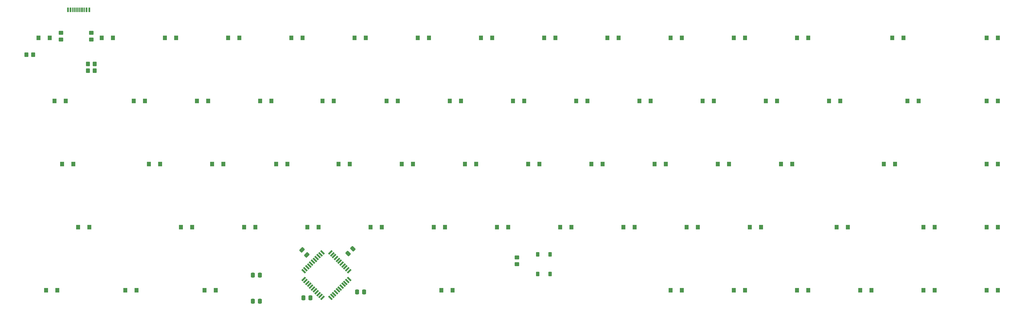
<source format=gbr>
%TF.GenerationSoftware,KiCad,Pcbnew,(6.0.2)*%
%TF.CreationDate,2022-06-02T21:34:10-05:00*%
%TF.ProjectId,65Percent,36355065-7263-4656-9e74-2e6b69636164,rev?*%
%TF.SameCoordinates,Original*%
%TF.FileFunction,Paste,Bot*%
%TF.FilePolarity,Positive*%
%FSLAX46Y46*%
G04 Gerber Fmt 4.6, Leading zero omitted, Abs format (unit mm)*
G04 Created by KiCad (PCBNEW (6.0.2)) date 2022-06-02 21:34:10*
%MOMM*%
%LPD*%
G01*
G04 APERTURE LIST*
G04 Aperture macros list*
%AMRoundRect*
0 Rectangle with rounded corners*
0 $1 Rounding radius*
0 $2 $3 $4 $5 $6 $7 $8 $9 X,Y pos of 4 corners*
0 Add a 4 corners polygon primitive as box body*
4,1,4,$2,$3,$4,$5,$6,$7,$8,$9,$2,$3,0*
0 Add four circle primitives for the rounded corners*
1,1,$1+$1,$2,$3*
1,1,$1+$1,$4,$5*
1,1,$1+$1,$6,$7*
1,1,$1+$1,$8,$9*
0 Add four rect primitives between the rounded corners*
20,1,$1+$1,$2,$3,$4,$5,0*
20,1,$1+$1,$4,$5,$6,$7,0*
20,1,$1+$1,$6,$7,$8,$9,0*
20,1,$1+$1,$8,$9,$2,$3,0*%
%AMRotRect*
0 Rectangle, with rotation*
0 The origin of the aperture is its center*
0 $1 length*
0 $2 width*
0 $3 Rotation angle, in degrees counterclockwise*
0 Add horizontal line*
21,1,$1,$2,0,0,$3*%
G04 Aperture macros list end*
%ADD10R,1.200000X1.400000*%
%ADD11RoundRect,0.250000X0.350000X0.450000X-0.350000X0.450000X-0.350000X-0.450000X0.350000X-0.450000X0*%
%ADD12RoundRect,0.250000X-0.350000X-0.450000X0.350000X-0.450000X0.350000X0.450000X-0.350000X0.450000X0*%
%ADD13RoundRect,0.250000X-0.337500X-0.475000X0.337500X-0.475000X0.337500X0.475000X-0.337500X0.475000X0*%
%ADD14RoundRect,0.250000X0.097227X-0.574524X0.574524X-0.097227X-0.097227X0.574524X-0.574524X0.097227X0*%
%ADD15RoundRect,0.250000X-0.450000X0.350000X-0.450000X-0.350000X0.450000X-0.350000X0.450000X0.350000X0*%
%ADD16RoundRect,0.250000X0.337500X0.475000X-0.337500X0.475000X-0.337500X-0.475000X0.337500X-0.475000X0*%
%ADD17RoundRect,0.250000X0.450000X-0.350000X0.450000X0.350000X-0.450000X0.350000X-0.450000X-0.350000X0*%
%ADD18R,0.600000X1.450000*%
%ADD19R,0.300000X1.450000*%
%ADD20RotRect,1.500000X0.550000X45.000000*%
%ADD21RotRect,1.500000X0.550000X315.000000*%
%ADD22RoundRect,0.275000X0.275000X-0.425000X0.275000X0.425000X-0.275000X0.425000X-0.275000X-0.425000X0*%
%ADD23RoundRect,0.250000X0.574524X0.097227X0.097227X0.574524X-0.574524X-0.097227X-0.097227X-0.574524X0*%
G04 APERTURE END LIST*
D10*
%TO.C,D53*%
X297356000Y-194310000D03*
X293956000Y-194310000D03*
%TD*%
%TO.C,D42*%
X254430000Y-156210000D03*
X251030000Y-156210000D03*
%TD*%
%TO.C,D67*%
X373556000Y-137160000D03*
X370156000Y-137160000D03*
%TD*%
%TO.C,D10*%
X125906000Y-118110000D03*
X122506000Y-118110000D03*
%TD*%
D11*
%TO.C,R4*%
X101330000Y-128016000D03*
X99330000Y-128016000D03*
%TD*%
D10*
%TO.C,D3*%
X87806000Y-118110000D03*
X84406000Y-118110000D03*
%TD*%
%TO.C,D25*%
X178230000Y-156210000D03*
X174830000Y-156210000D03*
%TD*%
%TO.C,D55*%
X307008000Y-137160000D03*
X303608000Y-137160000D03*
%TD*%
%TO.C,D58*%
X326058000Y-137160000D03*
X322658000Y-137160000D03*
%TD*%
%TO.C,D7*%
X90092000Y-194310000D03*
X86692000Y-194310000D03*
%TD*%
D12*
%TO.C,R2*%
X80788000Y-123190000D03*
X82788000Y-123190000D03*
%TD*%
D13*
%TO.C,C1*%
X149076500Y-189738000D03*
X151151500Y-189738000D03*
%TD*%
D10*
%TO.C,D48*%
X278306000Y-194310000D03*
X274906000Y-194310000D03*
%TD*%
D14*
%TO.C,C3*%
X177726777Y-183207223D03*
X179194023Y-181739977D03*
%TD*%
D10*
%TO.C,D19*%
X164006000Y-118110000D03*
X160606000Y-118110000D03*
%TD*%
%TO.C,D8*%
X106856000Y-118110000D03*
X103456000Y-118110000D03*
%TD*%
%TO.C,D70*%
X373556000Y-194310000D03*
X370156000Y-194310000D03*
%TD*%
%TO.C,D4*%
X92632000Y-137160000D03*
X89232000Y-137160000D03*
%TD*%
%TO.C,D56*%
X311580000Y-156210000D03*
X308180000Y-156210000D03*
%TD*%
%TO.C,D59*%
X342568000Y-156210000D03*
X339168000Y-156210000D03*
%TD*%
D15*
%TO.C,R5*%
X91186000Y-116602000D03*
X91186000Y-118602000D03*
%TD*%
D10*
%TO.C,D41*%
X249858000Y-137160000D03*
X246458000Y-137160000D03*
%TD*%
D13*
%TO.C,C2*%
X149076500Y-197612000D03*
X151151500Y-197612000D03*
%TD*%
D10*
%TO.C,D37*%
X230808000Y-137160000D03*
X227408000Y-137160000D03*
%TD*%
%TO.C,D27*%
X202106000Y-118110000D03*
X198706000Y-118110000D03*
%TD*%
%TO.C,D33*%
X211758000Y-137160000D03*
X208358000Y-137160000D03*
%TD*%
%TO.C,D65*%
X354506000Y-194310000D03*
X351106000Y-194310000D03*
%TD*%
D16*
%TO.C,C6*%
X166391500Y-196596000D03*
X164316500Y-196596000D03*
%TD*%
D10*
%TO.C,D34*%
X216330000Y-156210000D03*
X212930000Y-156210000D03*
%TD*%
%TO.C,D24*%
X173404000Y-137160000D03*
X170004000Y-137160000D03*
%TD*%
%TO.C,D64*%
X354506000Y-175260000D03*
X351106000Y-175260000D03*
%TD*%
%TO.C,D18*%
X137844000Y-194310000D03*
X134444000Y-194310000D03*
%TD*%
%TO.C,D61*%
X335456000Y-194310000D03*
X332056000Y-194310000D03*
%TD*%
%TO.C,D63*%
X349680000Y-137160000D03*
X346280000Y-137160000D03*
%TD*%
%TO.C,D68*%
X373556000Y-156210000D03*
X370156000Y-156210000D03*
%TD*%
%TO.C,D38*%
X235380000Y-156210000D03*
X231980000Y-156210000D03*
%TD*%
%TO.C,D44*%
X278306000Y-118110000D03*
X274906000Y-118110000D03*
%TD*%
%TO.C,D12*%
X121080000Y-156210000D03*
X117680000Y-156210000D03*
%TD*%
%TO.C,D54*%
X316406000Y-118110000D03*
X313006000Y-118110000D03*
%TD*%
%TO.C,D6*%
X99744000Y-175260000D03*
X96344000Y-175260000D03*
%TD*%
D17*
%TO.C,R6*%
X100330000Y-118602000D03*
X100330000Y-116602000D03*
%TD*%
D10*
%TO.C,D29*%
X197280000Y-156210000D03*
X193880000Y-156210000D03*
%TD*%
%TO.C,D36*%
X240206000Y-118110000D03*
X236806000Y-118110000D03*
%TD*%
%TO.C,D39*%
X245032000Y-175260000D03*
X241632000Y-175260000D03*
%TD*%
%TO.C,D14*%
X144956000Y-118110000D03*
X141556000Y-118110000D03*
%TD*%
%TO.C,D50*%
X287958000Y-137160000D03*
X284558000Y-137160000D03*
%TD*%
%TO.C,D5*%
X94918000Y-156210000D03*
X91518000Y-156210000D03*
%TD*%
%TO.C,D40*%
X259256000Y-118110000D03*
X255856000Y-118110000D03*
%TD*%
%TO.C,D9*%
X113968000Y-194310000D03*
X110568000Y-194310000D03*
%TD*%
D18*
%TO.C,J2*%
X93320000Y-109657000D03*
X94120000Y-109657000D03*
D19*
X95270000Y-109657000D03*
X96270000Y-109657000D03*
X96770000Y-109657000D03*
X97770000Y-109657000D03*
D18*
X98920000Y-109657000D03*
X99720000Y-109657000D03*
X99720000Y-109657000D03*
X98920000Y-109657000D03*
D19*
X98270000Y-109657000D03*
X97270000Y-109657000D03*
X95770000Y-109657000D03*
X94770000Y-109657000D03*
D18*
X94120000Y-109657000D03*
X93320000Y-109657000D03*
%TD*%
D10*
%TO.C,D35*%
X225982000Y-175260000D03*
X222582000Y-175260000D03*
%TD*%
%TO.C,D57*%
X316406000Y-194310000D03*
X313006000Y-194310000D03*
%TD*%
%TO.C,D16*%
X140130000Y-156210000D03*
X136730000Y-156210000D03*
%TD*%
D20*
%TO.C,U1*%
X169993918Y-196596936D03*
X169428233Y-196031250D03*
X168862548Y-195465565D03*
X168296862Y-194899880D03*
X167731177Y-194334194D03*
X167165491Y-193768509D03*
X166599806Y-193202823D03*
X166034120Y-192637138D03*
X165468435Y-192071452D03*
X164902750Y-191505767D03*
X164337064Y-190940082D03*
D21*
X164337064Y-188535918D03*
X164902750Y-187970233D03*
X165468435Y-187404548D03*
X166034120Y-186838862D03*
X166599806Y-186273177D03*
X167165491Y-185707491D03*
X167731177Y-185141806D03*
X168296862Y-184576120D03*
X168862548Y-184010435D03*
X169428233Y-183444750D03*
X169993918Y-182879064D03*
D20*
X172398082Y-182879064D03*
X172963767Y-183444750D03*
X173529452Y-184010435D03*
X174095138Y-184576120D03*
X174660823Y-185141806D03*
X175226509Y-185707491D03*
X175792194Y-186273177D03*
X176357880Y-186838862D03*
X176923565Y-187404548D03*
X177489250Y-187970233D03*
X178054936Y-188535918D03*
D21*
X178054936Y-190940082D03*
X177489250Y-191505767D03*
X176923565Y-192071452D03*
X176357880Y-192637138D03*
X175792194Y-193202823D03*
X175226509Y-193768509D03*
X174660823Y-194334194D03*
X174095138Y-194899880D03*
X173529452Y-195465565D03*
X172963767Y-196031250D03*
X172398082Y-196596936D03*
%TD*%
D10*
%TO.C,D21*%
X159434000Y-156210000D03*
X156034000Y-156210000D03*
%TD*%
%TO.C,D51*%
X292530000Y-156210000D03*
X289130000Y-156210000D03*
%TD*%
D15*
%TO.C,R1*%
X228600000Y-184420000D03*
X228600000Y-186420000D03*
%TD*%
D10*
%TO.C,D49*%
X297356000Y-118110000D03*
X293956000Y-118110000D03*
%TD*%
%TO.C,D69*%
X373556000Y-175260000D03*
X370156000Y-175260000D03*
%TD*%
%TO.C,D13*%
X130732000Y-175260000D03*
X127332000Y-175260000D03*
%TD*%
D22*
%TO.C,SW1*%
X238578000Y-183436000D03*
X238578000Y-189436000D03*
X234878000Y-189436000D03*
X234878000Y-183436000D03*
%TD*%
D10*
%TO.C,D30*%
X206932000Y-175260000D03*
X203532000Y-175260000D03*
%TD*%
%TO.C,D11*%
X116508000Y-137160000D03*
X113108000Y-137160000D03*
%TD*%
%TO.C,D43*%
X264082000Y-175260000D03*
X260682000Y-175260000D03*
%TD*%
%TO.C,D47*%
X283132000Y-175260000D03*
X279732000Y-175260000D03*
%TD*%
%TO.C,D62*%
X345108000Y-118110000D03*
X341708000Y-118110000D03*
%TD*%
%TO.C,D60*%
X328344000Y-175260000D03*
X324944000Y-175260000D03*
%TD*%
%TO.C,D46*%
X273480000Y-156210000D03*
X270080000Y-156210000D03*
%TD*%
D23*
%TO.C,C4*%
X165325623Y-183613623D03*
X163858377Y-182146377D03*
%TD*%
D10*
%TO.C,D22*%
X168832000Y-175260000D03*
X165432000Y-175260000D03*
%TD*%
D13*
%TO.C,C7*%
X180470900Y-194818000D03*
X182545900Y-194818000D03*
%TD*%
D10*
%TO.C,D26*%
X187882000Y-175260000D03*
X184482000Y-175260000D03*
%TD*%
%TO.C,D28*%
X192708000Y-137160000D03*
X189308000Y-137160000D03*
%TD*%
%TO.C,D23*%
X183056000Y-118110000D03*
X179656000Y-118110000D03*
%TD*%
%TO.C,D31*%
X209218000Y-194310000D03*
X205818000Y-194310000D03*
%TD*%
%TO.C,D20*%
X154608000Y-137160000D03*
X151208000Y-137160000D03*
%TD*%
%TO.C,D15*%
X135558000Y-137160000D03*
X132158000Y-137160000D03*
%TD*%
%TO.C,D66*%
X373556000Y-118110000D03*
X370156000Y-118110000D03*
%TD*%
%TO.C,D52*%
X302182000Y-175260000D03*
X298782000Y-175260000D03*
%TD*%
%TO.C,D45*%
X268908000Y-137160000D03*
X265508000Y-137160000D03*
%TD*%
D12*
%TO.C,R3*%
X99330000Y-125984000D03*
X101330000Y-125984000D03*
%TD*%
D10*
%TO.C,D17*%
X149782000Y-175260000D03*
X146382000Y-175260000D03*
%TD*%
%TO.C,D32*%
X221156000Y-118110000D03*
X217756000Y-118110000D03*
%TD*%
M02*

</source>
